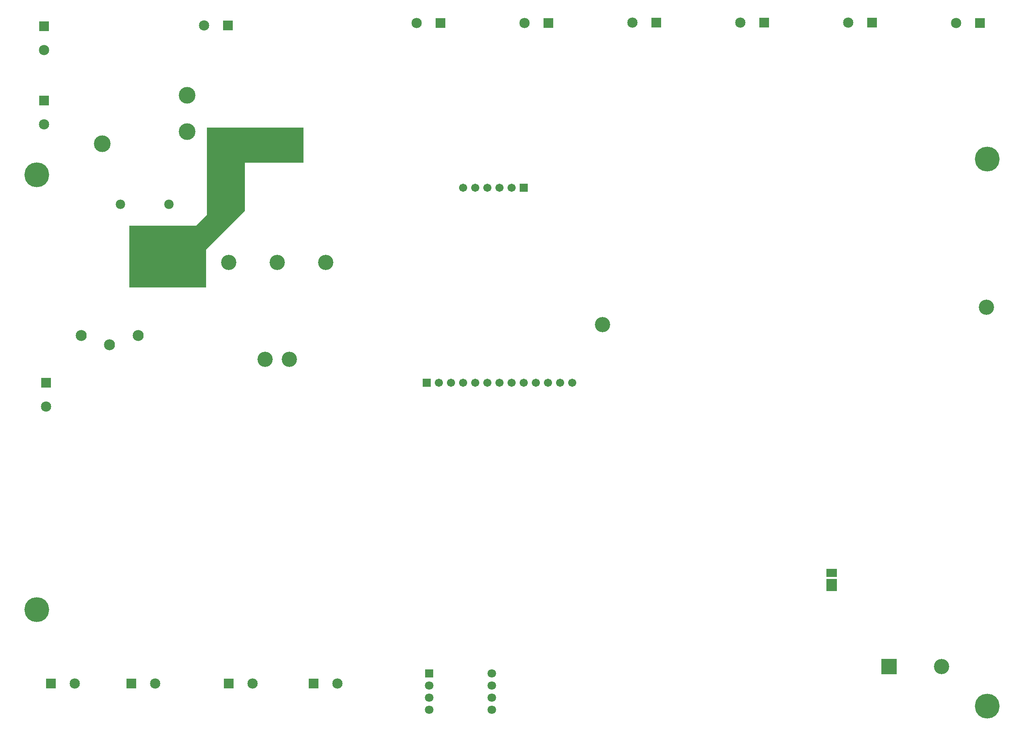
<source format=gbs>
G04*
G04 #@! TF.GenerationSoftware,Altium Limited,Altium Designer,20.0.1 (14)*
G04*
G04 Layer_Color=16711935*
%FSLAX44Y44*%
%MOMM*%
G71*
G01*
G75*
%ADD102C,5.2032*%
%ADD103R,2.1532X2.1532*%
%ADD104C,2.1532*%
%ADD105C,3.2032*%
%ADD106R,3.2032X3.2032*%
%ADD107R,2.1532X2.1532*%
%ADD108C,1.7032*%
%ADD109R,1.7032X1.7032*%
%ADD110C,1.8032*%
%ADD111R,1.8032X1.8032*%
%ADD112C,2.3032*%
%ADD113C,3.4932*%
%ADD114C,1.9732*%
%ADD142R,2.3032X1.7032*%
%ADD143R,2.3032X2.5532*%
G36*
X853754Y1883410D02*
Y1809750D01*
X730266D01*
X730265Y1709122D01*
X648962Y1627818D01*
X648962Y1548130D01*
X488718D01*
Y1677670D01*
X628440D01*
X651031Y1700261D01*
X651031Y1883813D01*
X853351D01*
X853754Y1883410D01*
D02*
G37*
D102*
X2286000Y670560D02*
D03*
Y1817370D02*
D03*
X294640Y1784350D02*
D03*
Y872490D02*
D03*
D103*
X695160Y2098040D02*
D03*
X1140460Y2103120D02*
D03*
X2270760D02*
D03*
X2044700Y2103932D02*
D03*
X1818640D02*
D03*
X1592580D02*
D03*
X1366520Y2103120D02*
D03*
X874560Y717550D02*
D03*
X696760D02*
D03*
X492290D02*
D03*
X323850D02*
D03*
D104*
X645160Y2098040D02*
D03*
X1090460Y2103120D02*
D03*
X2220760D02*
D03*
X1994700Y2103932D02*
D03*
X1768640D02*
D03*
X1542580D02*
D03*
X1316520Y2103120D02*
D03*
X309880Y2045991D02*
D03*
Y1890560D02*
D03*
X313690Y1298740D02*
D03*
X924560Y717550D02*
D03*
X746760D02*
D03*
X542290D02*
D03*
X373850D02*
D03*
D105*
X2190260Y753378D02*
D03*
X696760Y1600748D02*
D03*
X798360D02*
D03*
X899960D02*
D03*
X772960Y1397548D02*
D03*
X823760D02*
D03*
X1479550Y1470152D02*
D03*
X2284000Y1506580D02*
D03*
D106*
X2080260Y753378D02*
D03*
D107*
X309880Y2095992D02*
D03*
Y1940560D02*
D03*
X313690Y1348740D02*
D03*
D108*
X1187450Y1757680D02*
D03*
X1212850D02*
D03*
X1238250D02*
D03*
X1263650D02*
D03*
X1289050D02*
D03*
X1137080Y1348740D02*
D03*
X1162480D02*
D03*
X1187880D02*
D03*
X1213280D02*
D03*
X1238680D02*
D03*
X1264080D02*
D03*
X1289480D02*
D03*
X1314880D02*
D03*
X1340280D02*
D03*
X1365680D02*
D03*
X1391080D02*
D03*
X1416480D02*
D03*
D109*
X1314450Y1757680D02*
D03*
X1111680Y1348740D02*
D03*
D110*
X1247879Y662940D02*
D03*
Y688340D02*
D03*
Y713740D02*
D03*
Y739140D02*
D03*
X1117078Y662940D02*
D03*
Y688340D02*
D03*
Y713740D02*
D03*
D111*
Y739140D02*
D03*
D112*
X447350Y1427800D02*
D03*
X507350Y1447800D02*
D03*
Y1569800D02*
D03*
X387350Y1447800D02*
D03*
D113*
X431800Y1849790D02*
D03*
X609600Y1875190D02*
D03*
Y1951390D02*
D03*
D114*
X469900Y1722790D02*
D03*
X571500D02*
D03*
D142*
X1959610Y949470D02*
D03*
D143*
Y924220D02*
D03*
M02*

</source>
